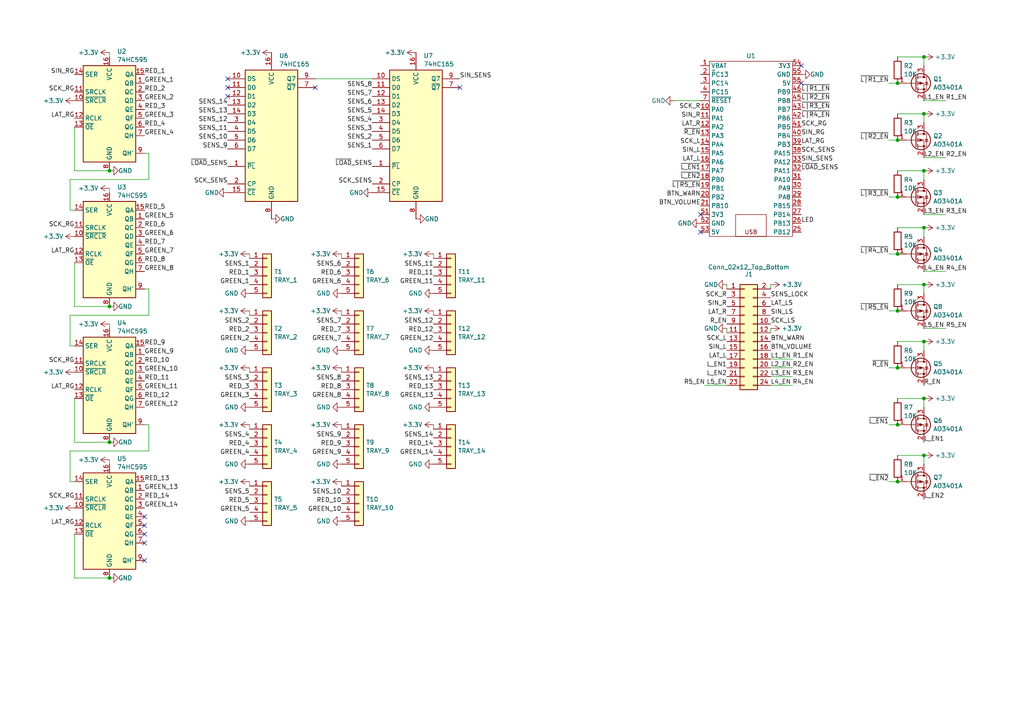
<source format=kicad_sch>
(kicad_sch (version 20230121) (generator eeschema)
  (paper "A4")
  (lib_symbols
    (symbol "74xx:74HC165"
      (property "Reference" "U" (at -7.62 19.05 0))
      (property "Value" "74HC165" (at -7.62 -21.59 0))
      (symbol "74HC165_1_0"
        (pin input line (at -12.7 -10.16 0) (length 5.08) (name "~{PL}") (number "1"))
        (pin input line (at -12.7 15.24 0) (length 5.08) (name "DS") (number "10"))
        (pin input line (at -12.7 12.7 0) (length 5.08) (name "D0") (number "11"))
        (pin input line (at -12.7 10.16 0) (length 5.08) (name "D1") (number "12"))
        (pin input line (at -12.7 7.62 0) (length 5.08) (name "D2") (number "13"))
        (pin input line (at -12.7 5.08 0) (length 5.08) (name "D3") (number "14"))
        (pin input line (at -12.7 -17.78 0) (length 5.08) (name "~{CE}") (number "15"))
        (pin power_in line (at 0 22.86 270) (length 5.08) (name "VCC") (number "16"))
        (pin input line (at -12.7 -15.24 0) (length 5.08) (name "CP") (number "2"))
        (pin input line (at -12.7 2.54 0) (length 5.08) (name "D4") (number "3"))
        (pin input line (at -12.7 0 0) (length 5.08) (name "D5") (number "4"))
        (pin input line (at -12.7 -2.54 0) (length 5.08) (name "D6") (number "5"))
        (pin input line (at -12.7 -5.08 0) (length 5.08) (name "D7") (number "6"))
        (pin output line (at 12.7 12.7 180) (length 5.08) (name "~{Q7}") (number "7"))
        (pin power_in line (at 0 -25.4 90) (length 5.08) (name "GND") (number "8"))
        (pin output line (at 12.7 15.24 180) (length 5.08) (name "Q7") (number "9"))
      )
      (symbol "74HC165_1_1"
        (rectangle (start -7.62 17.78) (end 7.62 -20.32) (stroke (width 0.254)) (fill (type background)))
      )
    )
    (symbol "74xx:74HC595"
      (property "Reference" "U" (at -7.62 13.97 0))
      (property "Value" "74HC595" (at -7.62 -16.51 0))
      (symbol "74HC595_1_0"
        (pin tri_state line (at 10.16 7.62 180) (length 2.54) (name "QB") (number "1"))
        (pin input line (at -10.16 2.54 0) (length 2.54) (name "~{SRCLR}") (number "10"))
        (pin input line (at -10.16 5.08 0) (length 2.54) (name "SRCLK") (number "11"))
        (pin input line (at -10.16 -2.54 0) (length 2.54) (name "RCLK") (number "12"))
        (pin input line (at -10.16 -5.08 0) (length 2.54) (name "~{OE}") (number "13"))
        (pin input line (at -10.16 10.16 0) (length 2.54) (name "SER") (number "14"))
        (pin tri_state line (at 10.16 10.16 180) (length 2.54) (name "QA") (number "15"))
        (pin power_in line (at 0 15.24 270) (length 2.54) (name "VCC") (number "16"))
        (pin tri_state line (at 10.16 5.08 180) (length 2.54) (name "QC") (number "2"))
        (pin tri_state line (at 10.16 2.54 180) (length 2.54) (name "QD") (number "3"))
        (pin tri_state line (at 10.16 0 180) (length 2.54) (name "QE") (number "4"))
        (pin tri_state line (at 10.16 -2.54 180) (length 2.54) (name "QF") (number "5"))
        (pin tri_state line (at 10.16 -5.08 180) (length 2.54) (name "QG") (number "6"))
        (pin tri_state line (at 10.16 -7.62 180) (length 2.54) (name "QH") (number "7"))
        (pin power_in line (at 0 -17.78 90) (length 2.54) (name "GND") (number "8"))
        (pin output line (at 10.16 -12.7 180) (length 2.54) (name "QH'") (number "9"))
      )
      (symbol "74HC595_1_1"
        (rectangle (start -7.62 12.7) (end 7.62 -15.24) (stroke (width 0.254)) (fill (type background)))
      )
    )
    (symbol "Connector_Generic:Conn_01x05" (pin_names (offset 1.016) hide)
      (property "Reference" "J" (at 0 7.62 0))
      (property "Value" "Conn_01x05" (at 0 -7.62 0))
      (symbol "Conn_01x05_1_1"
        (rectangle (start -1.27 -4.953) (end 0 -5.207) (stroke (width 0.1524)))
        (rectangle (start -1.27 -2.413) (end 0 -2.667) (stroke (width 0.1524)))
        (rectangle (start -1.27 0.127) (end 0 -0.127) (stroke (width 0.1524)))
        (rectangle (start -1.27 2.667) (end 0 2.413) (stroke (width 0.1524)))
        (rectangle (start -1.27 5.207) (end 0 4.953) (stroke (width 0.1524)))
        (rectangle (start -1.27 6.35) (end 1.27 -6.35) (stroke (width 0.254)) (fill (type background)))
        (pin passive line (at -5.08 5.08 0) (length 3.81) (name "Pin_1") (number "1"))
        (pin passive line (at -5.08 2.54 0) (length 3.81) (name "Pin_2") (number "2"))
        (pin passive line (at -5.08 0 0) (length 3.81) (name "Pin_3") (number "3"))
        (pin passive line (at -5.08 -2.54 0) (length 3.81) (name "Pin_4") (number "4"))
        (pin passive line (at -5.08 -5.08 0) (length 3.81) (name "Pin_5") (number "5"))
      )
    )
    (symbol "Connector_Generic:Conn_02x12_Odd_Even" (pin_names (offset 1.016) hide)
      (property "Reference" "J" (at 1.27 15.24 0))
      (property "Value" "Conn_02x12_Odd_Even" (at 1.27 -17.78 0))
      (symbol "Conn_02x12_Odd_Even_1_1"
        (rectangle (start -1.27 -15.113) (end 0 -15.367) (stroke (width 0.1524)))
        (rectangle (start -1.27 -12.573) (end 0 -12.827) (stroke (width 0.1524)))
        (rectangle (start -1.27 -10.033) (end 0 -10.287) (stroke (width 0.1524)))
        (rectangle (start -1.27 -7.493) (end 0 -7.747) (stroke (width 0.1524)))
        (rectangle (start -1.27 -4.953) (end 0 -5.207) (stroke (width 0.1524)))
        (rectangle (start -1.27 -2.413) (end 0 -2.667) (stroke (width 0.1524)))
        (rectangle (start -1.27 0.127) (end 0 -0.127) (stroke (width 0.1524)))
        (rectangle (start -1.27 2.667) (end 0 2.413) (stroke (width 0.1524)))
        (rectangle (start -1.27 5.207) (end 0 4.953) (stroke (width 0.1524)))
        (rectangle (start -1.27 7.747) (end 0 7.493) (stroke (width 0.1524)))
        (rectangle (start -1.27 10.287) (end 0 10.033) (stroke (width 0.1524)))
        (rectangle (start -1.27 12.827) (end 0 12.573) (stroke (width 0.1524)))
        (rectangle (start -1.27 13.97) (end 3.81 -16.51) (stroke (width 0.254)) (fill (type background)))
        (rectangle (start 3.81 -15.113) (end 2.54 -15.367) (stroke (width 0.1524)))
        (rectangle (start 3.81 -12.573) (end 2.54 -12.827) (stroke (width 0.1524)))
        (rectangle (start 3.81 -10.033) (end 2.54 -10.287) (stroke (width 0.1524)))
        (rectangle (start 3.81 -7.493) (end 2.54 -7.747) (stroke (width 0.1524)))
        (rectangle (start 3.81 -4.953) (end 2.54 -5.207) (stroke (width 0.1524)))
        (rectangle (start 3.81 -2.413) (end 2.54 -2.667) (stroke (width 0.1524)))
        (rectangle (start 3.81 0.127) (end 2.54 -0.127) (stroke (width 0.1524)))
        (rectangle (start 3.81 2.667) (end 2.54 2.413) (stroke (width 0.1524)))
        (rectangle (start 3.81 5.207) (end 2.54 4.953) (stroke (width 0.1524)))
        (rectangle (start 3.81 7.747) (end 2.54 7.493) (stroke (width 0.1524)))
        (rectangle (start 3.81 10.287) (end 2.54 10.033) (stroke (width 0.1524)))
        (rectangle (start 3.81 12.827) (end 2.54 12.573) (stroke (width 0.1524)))
        (pin passive line (at -5.08 12.7 0) (length 3.81) (name "Pin_1") (number "1"))
        (pin passive line (at 7.62 2.54 180) (length 3.81) (name "Pin_10") (number "10"))
        (pin passive line (at -5.08 0 0) (length 3.81) (name "Pin_11") (number "11"))
        (pin passive line (at 7.62 0 180) (length 3.81) (name "Pin_12") (number "12"))
        (pin passive line (at -5.08 -2.54 0) (length 3.81) (name "Pin_13") (number "13"))
        (pin passive line (at 7.62 -2.54 180) (length 3.81) (name "Pin_14") (number "14"))
        (pin passive line (at -5.08 -5.08 0) (length 3.81) (name "Pin_15") (number "15"))
        (pin passive line (at 7.62 -5.08 180) (length 3.81) (name "Pin_16") (number "16"))
        (pin passive line (at -5.08 -7.62 0) (length 3.81) (name "Pin_17") (number "17"))
        (pin passive line (at 7.62 -7.62 180) (length 3.81) (name "Pin_18") (number "18"))
        (pin passive line (at -5.08 -10.16 0) (length 3.81) (name "Pin_19") (number "19"))
        (pin passive line (at 7.62 12.7 180) (length 3.81) (name "Pin_2") (number "2"))
        (pin passive line (at 7.62 -10.16 180) (length 3.81) (name "Pin_20") (number "20"))
        (pin passive line (at -5.08 -12.7 0) (length 3.81) (name "Pin_21") (number "21"))
        (pin passive line (at 7.62 -12.7 180) (length 3.81) (name "Pin_22") (number "22"))
        (pin passive line (at -5.08 -15.24 0) (length 3.81) (name "Pin_23") (number "23"))
        (pin passive line (at 7.62 -15.24 180) (length 3.81) (name "Pin_24") (number "24"))
        (pin passive line (at -5.08 10.16 0) (length 3.81) (name "Pin_3") (number "3"))
        (pin passive line (at 7.62 10.16 180) (length 3.81) (name "Pin_4") (number "4"))
        (pin passive line (at -5.08 7.62 0) (length 3.81) (name "Pin_5") (number "5"))
        (pin passive line (at 7.62 7.62 180) (length 3.81) (name "Pin_6") (number "6"))
        (pin passive line (at -5.08 5.08 0) (length 3.81) (name "Pin_7") (number "7"))
        (pin passive line (at 7.62 5.08 180) (length 3.81) (name "Pin_8") (number "8"))
        (pin passive line (at -5.08 2.54 0) (length 3.81) (name "Pin_9") (number "9"))
      )
    )
    (symbol "Device:R" (pin_numbers hide) (pin_names (offset 0))
      (property "Reference" "R" (at 2.032 0 90))
      (property "Value" "R" (at 0 0 90))
      (symbol "R_0_1"
        (rectangle (start -1.016 -2.54) (end 1.016 2.54) (stroke (width 0.254)))
      )
      (symbol "R_1_1"
        (pin passive line (at 0 3.81 270) (length 1.27) (name "~") (number "1"))
        (pin passive line (at 0 -3.81 90) (length 1.27) (name "~") (number "2"))
      )
    )
    (symbol "Transistor_FET:AO3401A" (pin_names hide)
      (property "Reference" "Q" (at 5.08 1.905 0))
      (property "Value" "AO3401A" (at 5.08 0 0))
      (symbol "AO3401A_0_1"
        (polyline (pts (xy 0.254 0) (xy -2.54 0)))
        (polyline (pts (xy 0.254 1.905) (xy 0.254 -1.905)) (stroke (width 0.254)))
        (polyline (pts (xy 0.762 -1.27) (xy 0.762 -2.286)) (stroke (width 0.254)))
        (polyline (pts (xy 0.762 0.508) (xy 0.762 -0.508)) (stroke (width 0.254)))
        (polyline (pts (xy 0.762 2.286) (xy 0.762 1.27)) (stroke (width 0.254)))
        (polyline (pts (xy 2.54 2.54) (xy 2.54 1.778)))
        (polyline (pts (xy 2.54 -2.54) (xy 2.54 0) (xy 0.762 0)))
        (polyline (pts (xy 0.762 1.778) (xy 3.302 1.778) (xy 3.302 -1.778) (xy 0.762 -1.778)))
        (polyline (pts (xy 2.286 0) (xy 1.27 0.381) (xy 1.27 -0.381) (xy 2.286 0)) (fill (type outline)))
        (polyline (pts (xy 2.794 -0.508) (xy 2.921 -0.381) (xy 3.683 -0.381) (xy 3.81 -0.254)))
        (polyline (pts (xy 3.302 -0.381) (xy 2.921 0.254) (xy 3.683 0.254) (xy 3.302 -0.381)))
        (circle (center 1.651 0) (radius 2.794) (stroke (width 0.254)))
        (circle (center 2.54 -1.778) (radius 0.254) (fill (type outline)))
        (circle (center 2.54 1.778) (radius 0.254) (fill (type outline)))
      )
      (symbol "AO3401A_1_1"
        (pin input line (at -5.08 0 0) (length 2.54) (name "G") (number "1"))
        (pin passive line (at 2.54 -5.08 90) (length 2.54) (name "S") (number "2"))
        (pin passive line (at 2.54 5.08 270) (length 2.54) (name "D") (number "3"))
      )
    )
    (symbol "blackpill:blackpill401"
      (property "Reference" "U" (at -7.62 27.94 0))
      (symbol "blackpill401_0_1"
        (rectangle (start -11.43 25.4) (end 12.7 -25.4))
        (rectangle (start -3.81 -19.05) (end 5.08 -25.4))
      )
      (symbol "blackpill401_1_1"
        (text "USB" (at -1.27 -24.13 0) (effects (font (size 1.2 1.2)) (justify left)))
        (pin passive line (at -13.97 24.13 0) (length 2.54) (name "VBAT") (number "1"))
        (pin passive line (at -13.97 11.43 0) (length 2.54) (name "PA0") (number "10"))
        (pin passive line (at -13.97 8.89 0) (length 2.54) (name "PA1") (number "11"))
        (pin passive line (at -13.97 6.35 0) (length 2.54) (name "PA2") (number "12"))
        (pin passive line (at -13.97 3.81 0) (length 2.54) (name "PA3") (number "13"))
        (pin passive line (at -13.97 1.27 0) (length 2.54) (name "PA4") (number "14"))
        (pin passive line (at -13.97 -1.27 0) (length 2.54) (name "PA5") (number "15"))
        (pin passive line (at -13.97 -3.81 0) (length 2.54) (name "PA6") (number "16"))
        (pin passive line (at -13.97 -6.35 0) (length 2.54) (name "PA7") (number "17"))
        (pin passive line (at -13.97 -8.89 0) (length 2.54) (name "PB0") (number "18"))
        (pin passive line (at -13.97 -11.43 0) (length 2.54) (name "PB1") (number "19"))
        (pin passive line (at -13.97 21.59 0) (length 2.54) (name "PC13") (number "2"))
        (pin passive line (at -13.97 -13.97 0) (length 2.54) (name "PB2") (number "20"))
        (pin passive line (at -13.97 -16.51 0) (length 2.54) (name "PB10") (number "21"))
        (pin passive line (at 15.24 -24.13 180) (length 2.54) (name "PB12") (number "25"))
        (pin passive line (at 15.24 -21.59 180) (length 2.54) (name "PB13") (number "26"))
        (pin passive line (at 15.24 -19.05 180) (length 2.54) (name "PB14") (number "27"))
        (pin passive line (at 15.24 -16.51 180) (length 2.54) (name "PB15") (number "28"))
        (pin passive line (at 15.24 -13.97 180) (length 2.54) (name "PA8") (number "29"))
        (pin passive line (at -13.97 19.05 0) (length 2.54) (name "PC14") (number "3"))
        (pin passive line (at 15.24 -11.43 180) (length 2.54) (name "PA9") (number "30"))
        (pin passive line (at 15.24 -8.89 180) (length 2.54) (name "PA10") (number "31"))
        (pin passive line (at 15.24 -6.35 180) (length 2.54) (name "PA11") (number "32"))
        (pin passive line (at 15.24 -3.81 180) (length 2.54) (name "PA12") (number "33"))
        (pin passive line (at 15.24 -1.27 180) (length 2.54) (name "PA15") (number "38"))
        (pin passive line (at 15.24 1.27 180) (length 2.54) (name "PB3") (number "39"))
        (pin passive line (at -13.97 16.51 0) (length 2.54) (name "PC15") (number "4"))
        (pin passive line (at 15.24 3.81 180) (length 2.54) (name "PB4") (number "40"))
        (pin passive line (at 15.24 6.35 180) (length 2.54) (name "PB5") (number "41"))
        (pin passive line (at 15.24 8.89 180) (length 2.54) (name "PB6") (number "42"))
        (pin passive line (at 15.24 11.43 180) (length 2.54) (name "PB7") (number "43"))
        (pin passive line (at 15.24 13.97 180) (length 2.54) (name "PB8") (number "45"))
        (pin passive line (at 15.24 16.51 180) (length 2.54) (name "PB9") (number "46"))
        (pin passive line (at -13.97 -19.05 0) (length 2.54) (name "3V3") (number "51"))
        (pin passive line (at -13.97 -21.59 0) (length 2.54) (name "GND") (number "52"))
        (pin passive line (at -13.97 -24.13 0) (length 2.54) (name "5V") (number "53"))
        (pin passive line (at 15.24 24.13 180) (length 2.54) (name "3V3") (number "54"))
        (pin passive line (at 15.24 21.59 180) (length 2.54) (name "GND") (number "55"))
        (pin passive line (at 15.24 19.05 180) (length 2.54) (name "5V") (number "56"))
        (pin passive line (at -13.97 13.97 0) (length 2.54) (name "~{RESET}") (number "7"))
      )
    )
    (symbol "power:+3.3V" (power) (pin_names (offset 0))
      (property "Value" "+3.3V" (at 0 3.556 0))
      (symbol "+3.3V_0_1"
        (polyline (pts (xy -0.762 1.27) (xy 0 2.54)))
        (polyline (pts (xy 0 0) (xy 0 2.54)))
        (polyline (pts (xy 0 2.54) (xy 0.762 1.27)))
      )
      (symbol "+3.3V_1_1"
        (pin power_in line (at 0 0 90) (length 0) hide (name "+3.3V") (number "1"))
      )
    )
    (symbol "power:GND" (power) (pin_names (offset 0))
      (property "Value" "GND" (at 0 -3.81 0))
      (symbol "GND_0_1"
        (polyline (pts (xy 0 0) (xy 0 -1.27) (xy 1.27 -1.27) (xy 0 -2.54) (xy -1.27 -1.27) (xy 0 -1.27)))
      )
      (symbol "GND_1_1"
        (pin power_in line (at 0 0 270) (length 0) hide (name "GND") (number "1"))
      )
    )
  )
  (junction (at 260.35 24.13))
  (junction (at 260.35 90.17))
  (junction (at 267.97 115.57))
  (junction (at 260.35 73.66))
  (junction (at 267.97 49.53))
  (junction (at 31.75 49.53))
  (junction (at 267.97 16.51))
  (junction (at 267.97 82.55))
  (junction (at 267.97 33.02))
  (junction (at 267.97 99.06))
  (junction (at 260.35 57.15))
  (junction (at 267.97 66.04))
  (junction (at 31.75 167.64))
  (junction (at 260.35 139.7))
  (junction (at 31.75 88.9))
  (junction (at 260.35 123.19))
  (junction (at 260.35 106.68))
  (junction (at 267.97 132.08))
  (junction (at 260.35 40.64))
  (junction (at 31.75 128.27))
  (no_connect (at 66.04 22.86))
  (no_connect (at 203.2 67.31))
  (no_connect (at 232.41 19.05))
  (no_connect (at 41.91 154.94))
  (no_connect (at 232.41 24.13))
  (no_connect (at 41.91 149.86))
  (no_connect (at 66.04 25.4))
  (no_connect (at 41.91 157.48))
  (no_connect (at 41.91 162.56))
  (no_connect (at 203.2 62.23))
  (no_connect (at 91.44 25.4))
  (no_connect (at 66.04 27.94))
  (no_connect (at 133.35 25.4))
  (no_connect (at 41.91 152.4))
  (wire (pts (xy 204.47 111.76) (xy 210.82 111.76)))
  (wire (pts (xy 223.52 82.55) (xy 223.52 83.82)))
  (wire (pts (xy 257.81 40.64) (xy 260.35 40.64)))
  (wire (pts (xy 260.35 115.57) (xy 267.97 115.57)))
  (wire (pts (xy 43.18 91.44) (xy 20.32 91.44)))
  (wire (pts (xy 260.35 99.06) (xy 267.97 99.06)))
  (wire (pts (xy 20.32 91.44) (xy 20.32 100.33)))
  (wire (pts (xy 43.18 130.81) (xy 43.18 123.19)))
  (wire (pts (xy 267.97 95.25) (xy 274.32 95.25)))
  (wire (pts (xy 257.81 123.19) (xy 260.35 123.19)))
  (wire (pts (xy 43.18 83.82) (xy 43.18 91.44)))
  (wire (pts (xy 21.59 154.94) (xy 21.59 167.64)))
  (wire (pts (xy 125.73 123.19) (xy 125.73 124.46)))
  (wire (pts (xy 267.97 82.55) (xy 267.97 85.09)))
  (wire (pts (xy 91.44 22.86) (xy 107.95 22.86)))
  (wire (pts (xy 257.81 139.7) (xy 260.35 139.7)))
  (wire (pts (xy 223.52 106.68) (xy 229.87 106.68)))
  (wire (pts (xy 20.32 100.33) (xy 21.59 100.33)))
  (wire (pts (xy 267.97 62.23) (xy 274.32 62.23)))
  (wire (pts (xy 72.39 123.19) (xy 72.39 124.46)))
  (wire (pts (xy 21.59 88.9) (xy 31.75 88.9)))
  (wire (pts (xy 125.73 73.66) (xy 125.73 74.93)))
  (wire (pts (xy 210.82 95.25) (xy 210.82 96.52)))
  (wire (pts (xy 21.59 167.64) (xy 31.75 167.64)))
  (wire (pts (xy 267.97 49.53) (xy 267.97 52.07)))
  (wire (pts (xy 257.81 90.17) (xy 260.35 90.17)))
  (wire (pts (xy 21.59 49.53) (xy 31.75 49.53)))
  (wire (pts (xy 260.35 82.55) (xy 267.97 82.55)))
  (wire (pts (xy 267.97 66.04) (xy 267.97 68.58)))
  (wire (pts (xy 260.35 33.02) (xy 267.97 33.02)))
  (wire (pts (xy 72.39 106.68) (xy 72.39 107.95)))
  (wire (pts (xy 267.97 78.74) (xy 274.32 78.74)))
  (wire (pts (xy 21.59 128.27) (xy 31.75 128.27)))
  (wire (pts (xy 195.58 29.21) (xy 203.2 29.21)))
  (wire (pts (xy 72.39 73.66) (xy 72.39 74.93)))
  (wire (pts (xy 21.59 76.2) (xy 21.59 88.9)))
  (wire (pts (xy 20.32 130.81) (xy 20.32 139.7)))
  (wire (pts (xy 20.32 139.7) (xy 21.59 139.7)))
  (wire (pts (xy 260.35 132.08) (xy 267.97 132.08)))
  (wire (pts (xy 257.81 24.13) (xy 260.35 24.13)))
  (wire (pts (xy 267.97 99.06) (xy 267.97 101.6)))
  (wire (pts (xy 267.97 29.21) (xy 274.32 29.21)))
  (wire (pts (xy 20.32 60.96) (xy 21.59 60.96)))
  (wire (pts (xy 20.32 52.07) (xy 20.32 60.96)))
  (wire (pts (xy 43.18 130.81) (xy 20.32 130.81)))
  (wire (pts (xy 43.18 123.19) (xy 41.91 123.19)))
  (wire (pts (xy 267.97 16.51) (xy 267.97 19.05)))
  (wire (pts (xy 99.06 106.68) (xy 99.06 107.95)))
  (wire (pts (xy 99.06 123.19) (xy 99.06 124.46)))
  (wire (pts (xy 43.18 83.82) (xy 41.91 83.82)))
  (wire (pts (xy 31.75 133.35) (xy 31.75 134.62)))
  (wire (pts (xy 260.35 66.04) (xy 267.97 66.04)))
  (wire (pts (xy 21.59 115.57) (xy 21.59 128.27)))
  (wire (pts (xy 267.97 132.08) (xy 267.97 134.62)))
  (wire (pts (xy 43.18 52.07) (xy 20.32 52.07)))
  (wire (pts (xy 31.75 15.24) (xy 31.75 16.51)))
  (wire (pts (xy 257.81 57.15) (xy 260.35 57.15)))
  (wire (pts (xy 257.81 73.66) (xy 260.35 73.66)))
  (wire (pts (xy 267.97 33.02) (xy 267.97 35.56)))
  (wire (pts (xy 99.06 139.7) (xy 99.06 140.97)))
  (wire (pts (xy 43.18 44.45) (xy 41.91 44.45)))
  (wire (pts (xy 72.39 139.7) (xy 72.39 140.97)))
  (wire (pts (xy 21.59 36.83) (xy 21.59 49.53)))
  (wire (pts (xy 223.52 111.76) (xy 229.87 111.76)))
  (wire (pts (xy 267.97 115.57) (xy 267.97 118.11)))
  (wire (pts (xy 31.75 54.61) (xy 31.75 55.88)))
  (wire (pts (xy 125.73 90.17) (xy 125.73 91.44)))
  (wire (pts (xy 267.97 45.72) (xy 274.32 45.72)))
  (wire (pts (xy 99.06 90.17) (xy 99.06 91.44)))
  (wire (pts (xy 43.18 52.07) (xy 43.18 44.45)))
  (wire (pts (xy 125.73 106.68) (xy 125.73 107.95)))
  (wire (pts (xy 260.35 16.51) (xy 267.97 16.51)))
  (wire (pts (xy 210.82 82.55) (xy 210.82 83.82)))
  (wire (pts (xy 31.75 93.98) (xy 31.75 95.25)))
  (wire (pts (xy 72.39 90.17) (xy 72.39 91.44)))
  (wire (pts (xy 260.35 49.53) (xy 267.97 49.53)))
  (wire (pts (xy 257.81 106.68) (xy 260.35 106.68)))
  (wire (pts (xy 223.52 95.25) (xy 223.52 96.52)))
  (wire (pts (xy 99.06 73.66) (xy 99.06 74.93)))
  (wire (pts (xy 223.52 104.14) (xy 229.87 104.14)))
  (wire (pts (xy 223.52 109.22) (xy 229.87 109.22)))
  (label "RED_13" (at 125.73 113.03 180))
  (label "GREEN_4" (at 41.91 39.37 0))
  (label "GREEN_5" (at 41.91 63.5 0))
  (label "SCK_RG" (at 232.41 36.83 0))
  (label "~{R_EN}" (at 203.2 39.37 180))
  (label "SIN_L" (at 203.2 44.45 180))
  (label "R_EN" (at 210.82 93.98 180))
  (label "GREEN_2" (at 41.91 29.21 0))
  (label "L5_EN" (at 267.97 95.25 0))
  (label "R3_EN" (at 274.32 62.23 0))
  (label "LAT_RG" (at 21.59 152.4 180))
  (label "SENS_3" (at 107.95 38.1 180))
  (label "SCK_LS" (at 223.52 93.98 0))
  (label "SCK_RG" (at 21.59 144.78 180))
  (label "SCK_RG" (at 21.59 26.67 180))
  (label "SENS_6" (at 99.06 77.47 180))
  (label "SIN_R" (at 203.2 34.29 180))
  (label "SENS_13" (at 125.73 110.49 180))
  (label "RED_14" (at 125.73 129.54 180))
  (label "R5_EN" (at 274.32 95.25 0))
  (label "SENS_7" (at 107.95 27.94 180))
  (label "SENS_13" (at 66.04 33.02 180))
  (label "L4_EN" (at 267.97 78.74 0))
  (label "~{L|R2_EN}" (at 232.41 29.21 0))
  (label "LAT_RG" (at 232.41 41.91 0))
  (label "R_EN" (at 267.97 111.76 0))
  (label "R2_EN" (at 229.87 106.68 0))
  (label "SIN_L" (at 210.82 101.6 180))
  (label "SENS_2" (at 72.39 93.98 180))
  (label "GREEN_6" (at 99.06 82.55 180))
  (label "LAT_R" (at 210.82 91.44 180))
  (label "SENS_7" (at 99.06 93.98 180))
  (label "SENS_8" (at 99.06 110.49 180))
  (label "SENS_LOCK" (at 223.52 86.36 0))
  (label "RED_1" (at 72.39 80.01 180))
  (label "~{L|R4_EN}" (at 232.41 34.29 0))
  (label "RED_4" (at 41.91 36.83 0))
  (label "GREEN_9" (at 99.06 132.08 180))
  (label "L2_EN" (at 223.52 106.68 0))
  (label "SENS_9" (at 66.04 43.18 180))
  (label "BTN_VOLUME" (at 203.2 59.69 180))
  (label "~{L|R1_EN}" (at 232.41 26.67 0))
  (label "BTN_VOLUME" (at 223.52 101.6 0))
  (label "RED_10" (at 99.06 146.05 180))
  (label "RED_11" (at 125.73 80.01 180))
  (label "SENS_3" (at 72.39 110.49 180))
  (label "SENS_14" (at 125.73 127 180))
  (label "L2_EN" (at 267.97 45.72 0))
  (label "GREEN_13" (at 41.91 142.24 0))
  (label "GREEN_6" (at 41.91 68.58 0))
  (label "RED_4" (at 72.39 129.54 180))
  (label "R2_EN" (at 274.32 45.72 0))
  (label "SIN_SENS" (at 133.35 22.86 0))
  (label "LAT_RG" (at 21.59 34.29 180))
  (label "SENS_14" (at 66.04 30.48 180))
  (label "RED_12" (at 125.73 96.52 180))
  (label "~{R_EN}" (at 257.81 106.68 180))
  (label "SIN_SENS" (at 232.41 46.99 0))
  (label "GREEN_14" (at 41.91 147.32 0))
  (label "SENS_6" (at 107.95 30.48 180))
  (label "SIN_RG" (at 232.41 39.37 0))
  (label "RED_8" (at 41.91 76.2 0))
  (label "SENS_4" (at 107.95 35.56 180))
  (label "LAT_L" (at 210.82 104.14 180))
  (label "GREEN_14" (at 125.73 132.08 180))
  (label "SCK_R" (at 203.2 31.75 180))
  (label "RED_5" (at 41.91 60.96 0))
  (label "~{L|R4_EN}" (at 257.81 73.66 180))
  (label "RED_2" (at 72.39 96.52 180))
  (label "GREEN_12" (at 125.73 99.06 180))
  (label "RED_5" (at 72.39 146.05 180))
  (label "RED_8" (at 99.06 113.03 180))
  (label "GREEN_13" (at 125.73 115.57 180))
  (label "RED_3" (at 41.91 31.75 0))
  (label "BTN_WARN" (at 203.2 57.15 180))
  (label "~{LOAD}_SENS" (at 66.04 48.26 180))
  (label "RED_12" (at 41.91 115.57 0))
  (label "GREEN_8" (at 99.06 115.57 180))
  (label "RED_7" (at 99.06 96.52 180))
  (label "LAT_L" (at 203.2 46.99 180))
  (label "R4_EN" (at 229.87 111.76 0))
  (label "SCK_SENS" (at 232.41 44.45 0))
  (label "SCK_L" (at 210.82 99.06 180))
  (label "GREEN_11" (at 125.73 82.55 180))
  (label "GREEN_9" (at 41.91 102.87 0))
  (label "SCK_L" (at 203.2 41.91 180))
  (label "RED_14" (at 41.91 144.78 0))
  (label "BTN_WARN" (at 223.52 99.06 0))
  (label "~{L|R1_EN}" (at 257.81 24.13 180))
  (label "SENS_12" (at 66.04 35.56 180))
  (label "SENS_2" (at 107.95 40.64 180))
  (label "SCK_RG" (at 21.59 105.41 180))
  (label "~{LOAD}_SENS" (at 232.41 49.53 0))
  (label "RED_6" (at 99.06 80.01 180))
  (label "LAT_LS" (at 223.52 88.9 0))
  (label "~{L|R3_EN}" (at 257.81 57.15 180))
  (label "SENS_1" (at 107.95 43.18 180))
  (label "GREEN_3" (at 72.39 115.57 180))
  (label "RED_13" (at 41.91 139.7 0))
  (label "GREEN_2" (at 72.39 99.06 180))
  (label "~{L_EN2}" (at 203.2 52.07 180))
  (label "RED_11" (at 41.91 110.49 0))
  (label "SCK_R" (at 210.82 86.36 180))
  (label "~{L|R3_EN}" (at 232.41 31.75 0))
  (label "L_EN1" (at 210.82 106.68 180))
  (label "GREEN_8" (at 41.91 78.74 0))
  (label "R5_EN" (at 204.47 111.76 180))
  (label "SIN_R" (at 210.82 88.9 180))
  (label "RED_6" (at 41.91 66.04 0))
  (label "L1_EN" (at 267.97 29.21 0))
  (label "SCK_SENS" (at 66.04 53.34 180))
  (label "RED_2" (at 41.91 26.67 0))
  (label "GREEN_7" (at 41.91 73.66 0))
  (label "GREEN_10" (at 41.91 107.95 0))
  (label "GREEN_10" (at 99.06 148.59 180))
  (label "R1_EN" (at 274.32 29.21 0))
  (label "SENS_11" (at 125.73 77.47 180))
  (label "~{L_EN2}" (at 257.81 139.7 180))
  (label "SENS_12" (at 125.73 93.98 180))
  (label "L5_EN" (at 210.82 111.76 180))
  (label "L3_EN" (at 223.52 109.22 0))
  (label "L3_EN" (at 267.97 62.23 0))
  (label "L1_EN" (at 223.52 104.14 0))
  (label "SENS_9" (at 99.06 127 180))
  (label "R1_EN" (at 229.87 104.14 0))
  (label "RED_9" (at 41.91 100.33 0))
  (label "GREEN_12" (at 41.91 118.11 0))
  (label "RED_3" (at 72.39 113.03 180))
  (label "~{L|R5_EN}" (at 203.2 54.61 180))
  (label "L4_EN" (at 223.52 111.76 0))
  (label "L_EN2" (at 210.82 109.22 180))
  (label "~{L|R2_EN}" (at 257.81 40.64 180))
  (label "SENS_5" (at 72.39 143.51 180))
  (label "SCK_RG" (at 21.59 66.04 180))
  (label "RED_7" (at 41.91 71.12 0))
  (label "SENS_10" (at 66.04 40.64 180))
  (label "~{LOAD}_SENS" (at 107.95 48.26 180))
  (label "SENS_10" (at 99.06 143.51 180))
  (label "RED_1" (at 41.91 21.59 0))
  (label "SENS_4" (at 72.39 127 180))
  (label "GREEN_3" (at 41.91 34.29 0))
  (label "L_EN2" (at 267.97 144.78 0))
  (label "RED_10" (at 41.91 105.41 0))
  (label "SENS_11" (at 66.04 38.1 180))
  (label "LAT_RG" (at 21.59 113.03 180))
  (label "SENS_5" (at 107.95 33.02 180))
  (label "LAT_R" (at 203.2 36.83 180))
  (label "R3_EN" (at 229.87 109.22 0))
  (label "~{L_EN1}" (at 203.2 49.53 180))
  (label "GREEN_11" (at 41.91 113.03 0))
  (label "~{L_EN1}" (at 257.81 123.19 180))
  (label "RED_9" (at 99.06 129.54 180))
  (label "~{L|R5_EN}" (at 257.81 90.17 180))
  (label "GREEN_7" (at 99.06 99.06 180))
  (label "GREEN_5" (at 72.39 148.59 180))
  (label "SIN_LS" (at 223.52 91.44 0))
  (label "GREEN_1" (at 41.91 24.13 0))
  (label "LED" (at 232.41 64.77 0))
  (label "SCK_SENS" (at 107.95 53.34 180))
  (label "LAT_RG" (at 21.59 73.66 180))
  (label "GREEN_1" (at 72.39 82.55 180))
  (label "L_EN1" (at 267.97 128.27 0))
  (label "R4_EN" (at 274.32 78.74 0))
  (label "SENS_8" (at 107.95 25.4 180))
  (label "GREEN_4" (at 72.39 132.08 180))
  (label "SENS_1" (at 72.39 77.47 180))
  (label "SIN_RG" (at 21.59 21.59 180))
  (symbol (lib_id "Transistor_FET:AO3401A") (at 265.43 123.19 0) (unit 1)
    (property "Reference" "Q6" (at 270.637 121.9779 0) (effects (justify left)))
    (property "Value" "AO3401A" (at 270.637 124.4021 0) (effects (justify left)))
    (property "Footprint" "Package_TO_SOT_SMD:SOT-23" (effects hide))
    (property "Datasheet" "http://www.aosmd.com/pdfs/datasheet/AO3401A.pdf" (effects hide))
  )
  (symbol (lib_id "Connector_Generic:Conn_01x05") (at 104.14 113.03 0) (unit 1)
    (property "Reference" "T8" (at 106.172 111.8179 0) (effects (justify left)))
    (property "Value" "TRAY_8" (at 106.172 114.2421 0) (effects (justify left)))
    (property "Footprint" "Connector_PinHeader_2.54mm:PinHeader_1x05_P2.54mm_Vertical" (effects hide))
  )
  (symbol (lib_id "power:GND") (at 72.39 134.62 270) (unit 1)
    (property "Reference" "#PWR013" (effects hide))
    (property "Value" "GND" (at 69.2151 134.62 90) (effects (justify right)))
  )
  (symbol (lib_id "Connector_Generic:Conn_01x05") (at 104.14 129.54 0) (unit 1)
    (property "Reference" "T9" (at 106.172 128.3279 0) (effects (justify left)))
    (property "Value" "TRAY_9" (at 106.172 130.7521 0) (effects (justify left)))
    (property "Footprint" "Connector_PinHeader_2.54mm:PinHeader_1x05_P2.54mm_Vertical" (effects hide))
  )
  (symbol (lib_id "Transistor_FET:AO3401A") (at 265.43 24.13 0) (unit 1)
    (property "Reference" "Q1" (at 270.637 22.9179 0) (effects (justify left)))
    (property "Value" "AO3401A" (at 270.637 25.3421 0) (effects (justify left)))
    (property "Footprint" "Package_TO_SOT_SMD:SOT-23" (effects hide))
    (property "Datasheet" "http://www.aosmd.com/pdfs/datasheet/AO3401A.pdf" (effects hide))
  )
  (symbol (lib_id "power:+3.3V") (at 99.06 106.68 90) (unit 1)
    (property "Reference" "#PWR020" (effects hide))
    (property "Value" "+3.3V" (at 95.885 106.68 90) (effects (justify left)))
  )
  (symbol (lib_id "74xx:74HC165") (at 120.65 38.1 0) (unit 1)
    (property "Reference" "U7" (at 122.8441 16.1757 0) (effects (justify left)))
    (property "Value" "74HC165" (at 122.8441 18.5999 0) (effects (justify left)))
    (property "Footprint" "Package_DIP:DIP-16_W7.62mm" (effects hide))
    (property "Datasheet" "https://assets.nexperia.com/documents/data-sheet/74HC_HCT165.pdf" (effects hide))
  )
  (symbol (lib_id "power:+3.3V") (at 99.06 90.17 90) (unit 1)
    (property "Reference" "#PWR018" (effects hide))
    (property "Value" "+3.3V" (at 95.885 90.17 90) (effects (justify left)))
  )
  (symbol (lib_id "Connector_Generic:Conn_02x12_Odd_Even") (at 215.9 96.52 0) (unit 1)
    (property "Reference" "J1" (at 217.17 79.5401 0))
    (property "Value" "Conn_02x12_Top_Bottom" (at 217.17 77.47 0))
    (property "Footprint" "Connector_PinHeader_2.00mm:PinHeader_2x12_P2.00mm_Vertical" (effects hide))
  )
  (symbol (lib_id "Transistor_FET:AO3401A") (at 265.43 57.15 0) (unit 1)
    (property "Reference" "Q3" (at 270.637 55.9379 0) (effects (justify left)))
    (property "Value" "AO3401A" (at 270.637 58.3621 0) (effects (justify left)))
    (property "Footprint" "Package_TO_SOT_SMD:SOT-23" (effects hide))
    (property "Datasheet" "http://www.aosmd.com/pdfs/datasheet/AO3401A.pdf" (effects hide))
  )
  (symbol (lib_id "Connector_Generic:Conn_01x05") (at 104.14 146.05 0) (unit 1)
    (property "Reference" "T10" (at 106.172 144.8379 0) (effects (justify left)))
    (property "Value" "TRAY_10" (at 106.172 147.2621 0) (effects (justify left)))
    (property "Footprint" "Connector_PinHeader_2.54mm:PinHeader_1x05_P2.54mm_Vertical" (effects hide))
  )
  (symbol (lib_id "power:+3.3V") (at 31.75 54.61 90) (unit 1)
    (property "Reference" "#PWR043" (effects hide))
    (property "Value" "+3.3V" (at 28.575 54.61 90) (effects (justify left)))
  )
  (symbol (lib_id "Connector_Generic:Conn_01x05") (at 77.47 96.52 0) (unit 1)
    (property "Reference" "T2" (at 79.502 95.3079 0) (effects (justify left)))
    (property "Value" "TRAY_2" (at 79.502 97.7321 0) (effects (justify left)))
    (property "Footprint" "Connector_PinHeader_2.54mm:PinHeader_1x05_P2.54mm_Vertical" (effects hide))
  )
  (symbol (lib_id "power:GND") (at 99.06 101.6 270) (unit 1)
    (property "Reference" "#PWR019" (effects hide))
    (property "Value" "GND" (at 95.8851 101.6 90) (effects (justify right)))
  )
  (symbol (lib_id "power:+3.3V") (at 125.73 106.68 90) (unit 1)
    (property "Reference" "#PWR030" (effects hide))
    (property "Value" "+3.3V" (at 122.555 106.68 90) (effects (justify left)))
  )
  (symbol (lib_id "power:GND") (at 99.06 85.09 270) (unit 1)
    (property "Reference" "#PWR017" (effects hide))
    (property "Value" "GND" (at 95.8851 85.09 90) (effects (justify right)))
  )
  (symbol (lib_id "power:GND") (at 203.2 64.77 270) (unit 1)
    (property "Reference" "#PWR07" (effects hide))
    (property "Value" "GND" (at 200.66 64.77 90) (effects (justify right)))
  )
  (symbol (lib_id "power:GND") (at 99.06 151.13 270) (unit 1)
    (property "Reference" "#PWR025" (effects hide))
    (property "Value" "GND" (at 95.8851 151.13 90) (effects (justify right)))
  )
  (symbol (lib_id "power:+3.3V") (at 21.59 29.21 90) (unit 1)
    (property "Reference" "#PWR040" (effects hide))
    (property "Value" "+3.3V" (at 18.415 29.21 90) (effects (justify left)))
  )
  (symbol (lib_id "power:GND") (at 31.75 88.9 90) (unit 1)
    (property "Reference" "#PWR042" (effects hide))
    (property "Value" "GND" (at 34.29 88.9 90) (effects (justify right)))
  )
  (symbol (lib_id "power:+3.3V") (at 99.06 139.7 90) (unit 1)
    (property "Reference" "#PWR024" (effects hide))
    (property "Value" "+3.3V" (at 95.885 139.7 90) (effects (justify left)))
  )
  (symbol (lib_id "Connector_Generic:Conn_01x05") (at 77.47 129.54 0) (unit 1)
    (property "Reference" "T4" (at 79.502 128.3279 0) (effects (justify left)))
    (property "Value" "TRAY_4" (at 79.502 130.7521 0) (effects (justify left)))
    (property "Footprint" "Connector_PinHeader_2.54mm:PinHeader_1x05_P2.54mm_Vertical" (effects hide))
  )
  (symbol (lib_id "power:GND") (at 210.82 95.25 270) (unit 1)
    (property "Reference" "#PWR02" (effects hide))
    (property "Value" "GND" (at 208.28 95.25 90) (effects (justify right)))
  )
  (symbol (lib_id "Transistor_FET:AO3401A") (at 265.43 40.64 0) (unit 1)
    (property "Reference" "Q2" (at 270.637 39.4279 0) (effects (justify left)))
    (property "Value" "AO3401A" (at 270.637 41.8521 0) (effects (justify left)))
    (property "Footprint" "Package_TO_SOT_SMD:SOT-23" (effects hide))
    (property "Datasheet" "http://www.aosmd.com/pdfs/datasheet/AO3401A.pdf" (effects hide))
  )
  (symbol (lib_id "power:+3.3V") (at 21.59 147.32 90) (unit 1)
    (property "Reference" "#PWR045" (effects hide))
    (property "Value" "+3.3V" (at 18.415 147.32 90) (effects (justify left)))
  )
  (symbol (lib_id "Device:R") (at 260.35 102.87 0) (unit 1)
    (property "Reference" "R6" (at 262.128 101.6579 0) (effects (justify left)))
    (property "Value" "10K" (at 262.128 104.0821 0) (effects (justify left)))
    (property "Footprint" "Resistor_THT:R_Axial_DIN0204_L3.6mm_D1.6mm_P7.62mm_Horizontal" (effects hide))
  )
  (symbol (lib_id "power:+3.3V") (at 72.39 123.19 90) (unit 1)
    (property "Reference" "#PWR012" (effects hide))
    (property "Value" "+3.3V" (at 69.215 123.19 90) (effects (justify left)))
  )
  (symbol (lib_id "power:+3.3V") (at 72.39 106.68 90) (unit 1)
    (property "Reference" "#PWR010" (effects hide))
    (property "Value" "+3.3V" (at 69.215 106.68 90) (effects (justify left)))
  )
  (symbol (lib_id "power:+3.3V") (at 267.97 99.06 270) (unit 1)
    (property "Reference" "#PWR055" (effects hide))
    (property "Value" "+3.3V" (at 271.145 99.06 90) (effects (justify left)))
  )
  (symbol (lib_id "power:+3.3V") (at 267.97 16.51 270) (unit 1)
    (property "Reference" "#PWR051" (effects hide))
    (property "Value" "+3.3V" (at 271.145 16.51 90) (effects (justify left)))
  )
  (symbol (lib_id "power:GND") (at 125.73 85.09 270) (unit 1)
    (property "Reference" "#PWR027" (effects hide))
    (property "Value" "GND" (at 122.5551 85.09 90) (effects (justify right)))
  )
  (symbol (lib_id "74xx:74HC595") (at 31.75 71.12 0) (unit 1)
    (property "Reference" "U3" (at 33.9441 54.2757 0) (effects (justify left)))
    (property "Value" "74HC595" (at 33.9441 56.6999 0) (effects (justify left)))
    (property "Footprint" "Package_DIP:DIP-16_W7.62mm" (effects hide))
    (property "Datasheet" "http://www.ti.com/lit/ds/symlink/sn74hc595.pdf" (effects hide))
  )
  (symbol (lib_id "Connector_Generic:Conn_01x05") (at 77.47 146.05 0) (unit 1)
    (property "Reference" "T5" (at 79.502 144.8379 0) (effects (justify left)))
    (property "Value" "TRAY_5" (at 79.502 147.2621 0) (effects (justify left)))
    (property "Footprint" "Connector_PinHeader_2.54mm:PinHeader_1x05_P2.54mm_Vertical" (effects hide))
  )
  (symbol (lib_id "power:+3.3V") (at 267.97 66.04 270) (unit 1)
    (property "Reference" "#PWR054" (effects hide))
    (property "Value" "+3.3V" (at 271.145 66.04 90) (effects (justify left)))
  )
  (symbol (lib_id "power:+3.3V") (at 223.52 95.25 270) (unit 1)
    (property "Reference" "#PWR04" (effects hide))
    (property "Value" "+3.3V" (at 226.695 95.25 90) (effects (justify left)))
  )
  (symbol (lib_id "power:GND") (at 31.75 167.64 90) (unit 1)
    (property "Reference" "#PWR049" (effects hide))
    (property "Value" "GND" (at 34.29 167.64 90) (effects (justify right)))
  )
  (symbol (lib_id "power:GND") (at 120.65 63.5 90) (unit 1)
    (property "Reference" "#PWR061" (effects hide))
    (property "Value" "GND" (at 123.19 63.5 90) (effects (justify right)))
  )
  (symbol (lib_id "blackpill:blackpill401") (at 217.17 43.18 0) (unit 1)
    (property "Reference" "U1" (at 217.805 16.1869 0))
    (property "Value" "~" (at 207.01 20.32 0))
    (property "Footprint" "blackpill:blackpill" (effects hide))
    (property "Datasheet" "https://www.st.com/resource/en/datasheet/stm32f401cb.pdf" (effects hide))
  )
  (symbol (lib_id "power:+3.3V") (at 78.74 15.24 90) (unit 1)
    (property "Reference" "#PWR08" (effects hide))
    (property "Value" "+3.3V" (at 75.565 15.24 90) (effects (justify left)))
  )
  (symbol (lib_id "Connector_Generic:Conn_01x05") (at 77.47 113.03 0) (unit 1)
    (property "Reference" "T3" (at 79.502 111.8179 0) (effects (justify left)))
    (property "Value" "TRAY_3" (at 79.502 114.2421 0) (effects (justify left)))
    (property "Footprint" "Connector_PinHeader_2.54mm:PinHeader_1x05_P2.54mm_Vertical" (effects hide))
  )
  (symbol (lib_id "74xx:74HC595") (at 31.75 31.75 0) (unit 1)
    (property "Reference" "U2" (at 33.9441 14.9057 0) (effects (justify left)))
    (property "Value" "74HC595" (at 33.9441 17.3299 0) (effects (justify left)))
    (property "Footprint" "Package_DIP:DIP-16_W7.62mm" (effects hide))
    (property "Datasheet" "http://www.ti.com/lit/ds/symlink/sn74hc595.pdf" (effects hide))
  )
  (symbol (lib_id "power:+3.3V") (at 21.59 68.58 90) (unit 1)
    (property "Reference" "#PWR041" (effects hide))
    (property "Value" "+3.3V" (at 18.415 68.58 90) (effects (justify left)))
  )
  (symbol (lib_id "74xx:74HC165") (at 78.74 38.1 0) (unit 1)
    (property "Reference" "U6" (at 80.9341 16.1757 0) (effects (justify left)))
    (property "Value" "74HC165" (at 80.9341 18.5999 0) (effects (justify left)))
    (property "Footprint" "Package_DIP:DIP-16_W7.62mm" (effects hide))
    (property "Datasheet" "https://assets.nexperia.com/documents/data-sheet/74HC_HCT165.pdf" (effects hide))
  )
  (symbol (lib_id "power:GND") (at 99.06 134.62 270) (unit 1)
    (property "Reference" "#PWR023" (effects hide))
    (property "Value" "GND" (at 95.8851 134.62 90) (effects (justify right)))
  )
  (symbol (lib_id "Device:R") (at 260.35 119.38 0) (unit 1)
    (property "Reference" "R7" (at 262.128 118.1679 0) (effects (justify left)))
    (property "Value" "10K" (at 262.128 120.5921 0) (effects (justify left)))
    (property "Footprint" "Resistor_THT:R_Axial_DIN0204_L3.6mm_D1.6mm_P7.62mm_Horizontal" (effects hide))
  )
  (symbol (lib_id "power:GND") (at 125.73 118.11 270) (unit 1)
    (property "Reference" "#PWR031" (effects hide))
    (property "Value" "GND" (at 122.5551 118.11 90) (effects (justify right)))
  )
  (symbol (lib_id "power:+3.3V") (at 72.39 139.7 90) (unit 1)
    (property "Reference" "#PWR014" (effects hide))
    (property "Value" "+3.3V" (at 69.215 139.7 90) (effects (justify left)))
  )
  (symbol (lib_id "power:+3.3V") (at 125.73 73.66 90) (unit 1)
    (property "Reference" "#PWR026" (effects hide))
    (property "Value" "+3.3V" (at 122.555 73.66 90) (effects (justify left)))
  )
  (symbol (lib_id "Connector_Generic:Conn_01x05") (at 77.47 80.01 0) (unit 1)
    (property "Reference" "T1" (at 79.502 78.7979 0) (effects (justify left)))
    (property "Value" "TRAY_1" (at 79.502 81.2221 0) (effects (justify left)))
    (property "Footprint" "Connector_PinHeader_2.54mm:PinHeader_1x05_P2.54mm_Vertical" (effects hide))
  )
  (symbol (lib_id "power:+3.3V") (at 31.75 133.35 90) (unit 1)
    (property "Reference" "#PWR048" (effects hide))
    (property "Value" "+3.3V" (at 28.575 133.35 90) (effects (justify left)))
  )
  (symbol (lib_id "power:GND") (at 195.58 29.21 270) (unit 1)
    (property "Reference" "#PWR05" (effects hide))
    (property "Value" "GND" (at 193.04 29.21 90) (effects (justify right)))
  )
  (symbol (lib_id "Connector_Generic:Conn_01x05") (at 104.14 80.01 0) (unit 1)
    (property "Reference" "T6" (at 106.172 78.7979 0) (effects (justify left)))
    (property "Value" "TRAY_6" (at 106.172 81.2221 0) (effects (justify left)))
    (property "Footprint" "Connector_PinHeader_2.54mm:PinHeader_1x05_P2.54mm_Vertical" (effects hide))
  )
  (symbol (lib_id "power:GND") (at 125.73 101.6 270) (unit 1)
    (property "Reference" "#PWR029" (effects hide))
    (property "Value" "GND" (at 122.5551 101.6 90) (effects (justify right)))
  )
  (symbol (lib_id "power:GND") (at 31.75 128.27 90) (unit 1)
    (property "Reference" "#PWR047" (effects hide))
    (property "Value" "GND" (at 34.29 128.27 90) (effects (justify right)))
  )
  (symbol (lib_id "Transistor_FET:AO3401A") (at 265.43 139.7 0) (unit 1)
    (property "Reference" "Q7" (at 270.637 138.4879 0) (effects (justify left)))
    (property "Value" "AO3401A" (at 270.637 140.9121 0) (effects (justify left)))
    (property "Footprint" "Package_TO_SOT_SMD:SOT-23" (effects hide))
    (property "Datasheet" "http://www.aosmd.com/pdfs/datasheet/AO3401A.pdf" (effects hide))
  )
  (symbol (lib_id "power:+3.3V") (at 223.52 82.55 270) (unit 1)
    (property "Reference" "#PWR03" (effects hide))
    (property "Value" "+3.3V" (at 226.695 82.55 90) (effects (justify left)))
  )
  (symbol (lib_id "74xx:74HC595") (at 31.75 110.49 0) (unit 1)
    (property "Reference" "U4" (at 33.9441 93.6457 0) (effects (justify left)))
    (property "Value" "74HC595" (at 33.9441 96.0699 0) (effects (justify left)))
    (property "Footprint" "Package_DIP:DIP-16_W7.62mm" (effects hide))
    (property "Datasheet" "http://www.ti.com/lit/ds/symlink/sn74hc595.pdf" (effects hide))
  )
  (symbol (lib_id "power:GND") (at 210.82 82.55 270) (unit 1)
    (property "Reference" "#PWR01" (effects hide))
    (property "Value" "GND" (at 208.28 82.55 90) (effects (justify right)))
  )
  (symbol (lib_id "power:GND") (at 66.04 55.88 270) (unit 1)
    (property "Reference" "#PWR050" (effects hide))
    (property "Value" "GND" (at 63.5 55.88 90) (effects (justify right)))
  )
  (symbol (lib_id "Transistor_FET:AO3401A") (at 265.43 106.68 0) (unit 1)
    (property "Reference" "Q5" (at 270.637 105.4679 0) (effects (justify left)))
    (property "Value" "AO3401A" (at 270.637 107.8921 0) (effects (justify left)))
    (property "Footprint" "Package_TO_SOT_SMD:SOT-23" (effects hide))
    (property "Datasheet" "http://www.aosmd.com/pdfs/datasheet/AO3401A.pdf" (effects hide))
  )
  (symbol (lib_id "power:GND") (at 107.95 55.88 270) (unit 1)
    (property "Reference" "#PWR059" (effects hide))
    (property "Value" "GND" (at 105.41 55.88 90) (effects (justify right)))
  )
  (symbol (lib_id "Device:R") (at 260.35 69.85 0) (unit 1)
    (property "Reference" "R5" (at 262.128 68.6379 0) (effects (justify left)))
    (property "Value" "10K" (at 262.128 71.0621 0) (effects (justify left)))
    (property "Footprint" "Resistor_THT:R_Axial_DIN0204_L3.6mm_D1.6mm_P7.62mm_Horizontal" (effects hide))
  )
  (symbol (lib_id "Transistor_FET:AO3401A") (at 265.43 73.66 0) (unit 1)
    (property "Reference" "Q4" (at 270.637 72.4479 0) (effects (justify left)))
    (property "Value" "AO3401A" (at 270.637 74.8721 0) (effects (justify left)))
    (property "Footprint" "Package_TO_SOT_SMD:SOT-23" (effects hide))
    (property "Datasheet" "http://www.aosmd.com/pdfs/datasheet/AO3401A.pdf" (effects hide))
  )
  (symbol (lib_id "Connector_Generic:Conn_01x05") (at 130.81 96.52 0) (unit 1)
    (property "Reference" "T12" (at 132.842 95.3079 0) (effects (justify left)))
    (property "Value" "TRAY_12" (at 132.842 97.7321 0) (effects (justify left)))
    (property "Footprint" "Connector_PinHeader_2.54mm:PinHeader_1x05_P2.54mm_Vertical" (effects hide))
  )
  (symbol (lib_id "Connector_Generic:Conn_01x05") (at 130.81 129.54 0) (unit 1)
    (property "Reference" "T14" (at 132.842 128.3279 0) (effects (justify left)))
    (property "Value" "TRAY_14" (at 132.842 130.7521 0) (effects (justify left)))
    (property "Footprint" "Connector_PinHeader_2.54mm:PinHeader_1x05_P2.54mm_Vertical" (effects hide))
  )
  (symbol (lib_id "power:+3.3V") (at 267.97 82.55 270) (unit 1)
    (property "Reference" "#PWR058" (effects hide))
    (property "Value" "+3.3V" (at 271.145 82.55 90) (effects (justify left)))
  )
  (symbol (lib_id "power:GND") (at 78.74 63.5 90) (unit 1)
    (property "Reference" "#PWR09" (effects hide))
    (property "Value" "GND" (at 81.28 63.5 90) (effects (justify right)))
  )
  (symbol (lib_id "power:+3.3V") (at 21.59 107.95 90) (unit 1)
    (property "Reference" "#PWR044" (effects hide))
    (property "Value" "+3.3V" (at 18.415 107.95 90) (effects (justify left)))
  )
  (symbol (lib_id "power:+3.3V") (at 125.73 123.19 90) (unit 1)
    (property "Reference" "#PWR032" (effects hide))
    (property "Value" "+3.3V" (at 122.555 123.19 90) (effects (justify left)))
  )
  (symbol (lib_id "power:+3.3V") (at 99.06 123.19 90) (unit 1)
    (property "Reference" "#PWR022" (effects hide))
    (property "Value" "+3.3V" (at 95.885 123.19 90) (effects (justify left)))
  )
  (symbol (lib_id "power:GND") (at 31.75 49.53 90) (unit 1)
    (property "Reference" "#PWR039" (effects hide))
    (property "Value" "GND" (at 34.29 49.53 90) (effects (justify right)))
  )
  (symbol (lib_id "power:+3.3V") (at 125.73 90.17 90) (unit 1)
    (property "Reference" "#PWR028" (effects hide))
    (property "Value" "+3.3V" (at 122.555 90.17 90) (effects (justify left)))
  )
  (symbol (lib_id "power:+3.3V") (at 267.97 49.53 270) (unit 1)
    (property "Reference" "#PWR053" (effects hide))
    (property "Value" "+3.3V" (at 271.145 49.53 90) (effects (justify left)))
  )
  (symbol (lib_id "Connector_Generic:Conn_01x05") (at 130.81 113.03 0) (unit 1)
    (property "Reference" "T13" (at 132.842 111.8179 0) (effects (justify left)))
    (property "Value" "TRAY_13" (at 132.842 114.2421 0) (effects (justify left)))
    (property "Footprint" "Connector_PinHeader_2.54mm:PinHeader_1x05_P2.54mm_Vertical" (effects hide))
  )
  (symbol (lib_id "power:+3.3V") (at 267.97 115.57 270) (unit 1)
    (property "Reference" "#PWR056" (effects hide))
    (property "Value" "+3.3V" (at 271.145 115.57 90) (effects (justify left)))
  )
  (symbol (lib_id "power:GND") (at 72.39 118.11 270) (unit 1)
    (property "Reference" "#PWR011" (effects hide))
    (property "Value" "GND" (at 69.2151 118.11 90) (effects (justify right)))
  )
  (symbol (lib_id "Device:R") (at 260.35 135.89 0) (unit 1)
    (property "Reference" "R8" (at 262.128 134.6779 0) (effects (justify left)))
    (property "Value" "10K" (at 262.128 137.1021 0) (effects (justify left)))
    (property "Footprint" "Resistor_THT:R_Axial_DIN0204_L3.6mm_D1.6mm_P7.62mm_Horizontal" (effects hide))
  )
  (symbol (lib_id "power:GND") (at 72.39 151.13 270) (unit 1)
    (property "Reference" "#PWR015" (effects hide))
    (property "Value" "GND" (at 69.2151 151.13 90) (effects (justify right)))
  )
  (symbol (lib_id "power:+3.3V") (at 72.39 90.17 90) (unit 1)
    (property "Reference" "#PWR064" (effects hide))
    (property "Value" "+3.3V" (at 69.215 90.17 90) (effects (justify left)))
  )
  (symbol (lib_id "power:+3.3V") (at 267.97 132.08 270) (unit 1)
    (property "Reference" "#PWR057" (effects hide))
    (property "Value" "+3.3V" (at 271.145 132.08 90) (effects (justify left)))
  )
  (symbol (lib_id "Transistor_FET:AO3401A") (at 265.43 90.17 0) (unit 1)
    (property "Reference" "Q8" (at 270.637 88.9579 0) (effects (justify left)))
    (property "Value" "AO3401A" (at 270.637 91.3821 0) (effects (justify left)))
    (property "Footprint" "Package_TO_SOT_SMD:SOT-23" (effects hide))
    (property "Datasheet" "http://www.aosmd.com/pdfs/datasheet/AO3401A.pdf" (effects hide))
  )
  (symbol (lib_id "Device:R") (at 260.35 86.36 0) (unit 1)
    (property "Reference" "R9" (at 262.128 85.1479 0) (effects (justify left)))
    (property "Value" "10K" (at 262.128 87.5721 0) (effects (justify left)))
    (property "Footprint" "Resistor_THT:R_Axial_DIN0204_L3.6mm_D1.6mm_P7.62mm_Horizontal" (effects hide))
  )
  (symbol (lib_id "Device:R") (at 260.35 36.83 0) (unit 1)
    (property "Reference" "R3" (at 262.128 35.6179 0) (effects (justify left)))
    (property "Value" "10K" (at 262.128 38.0421 0) (effects (justify left)))
    (property "Footprint" "Resistor_THT:R_Axial_DIN0204_L3.6mm_D1.6mm_P7.62mm_Horizontal" (effects hide))
  )
  (symbol (lib_id "power:GND") (at 125.73 134.62 270) (unit 1)
    (property "Reference" "#PWR033" (effects hide))
    (property "Value" "GND" (at 122.5551 134.62 90) (effects (justify right)))
  )
  (symbol (lib_id "power:+3.3V") (at 99.06 73.66 90) (unit 1)
    (property "Reference" "#PWR016" (effects hide))
    (property "Value" "+3.3V" (at 95.885 73.66 90) (effects (justify left)))
  )
  (symbol (lib_id "power:+3.3V") (at 267.97 33.02 270) (unit 1)
    (property "Reference" "#PWR052" (effects hide))
    (property "Value" "+3.3V" (at 271.145 33.02 90) (effects (justify left)))
  )
  (symbol (lib_id "power:+3.3V") (at 31.75 93.98 90) (unit 1)
    (property "Reference" "#PWR046" (effects hide))
    (property "Value" "+3.3V" (at 28.575 93.98 90) (effects (justify left)))
  )
  (symbol (lib_id "power:GND") (at 232.41 21.59 90) (unit 1)
    (property "Reference" "#PWR06" (effects hide))
    (property "Value" "GND" (at 234.95 21.59 90) (effects (justify right)))
  )
  (symbol (lib_id "Device:R") (at 260.35 20.32 0) (unit 1)
    (property "Reference" "R2" (at 262.128 19.1079 0) (effects (justify left)))
    (property "Value" "10K" (at 262.128 21.5321 0) (effects (justify left)))
    (property "Footprint" "Resistor_THT:R_Axial_DIN0204_L3.6mm_D1.6mm_P7.62mm_Horizontal" (effects hide))
  )
  (symbol (lib_id "Connector_Generic:Conn_01x05") (at 104.14 96.52 0) (unit 1)
    (property "Reference" "T7" (at 106.172 95.3079 0) (effects (justify left)))
    (property "Value" "TRAY_7" (at 106.172 97.7321 0) (effects (justify left)))
    (property "Footprint" "Connector_PinHeader_2.54mm:PinHeader_1x05_P2.54mm_Vertical" (effects hide))
  )
  (symbol (lib_id "Connector_Generic:Conn_01x05") (at 130.81 80.01 0) (unit 1)
    (property "Reference" "T11" (at 132.842 78.7979 0) (effects (justify left)))
    (property "Value" "TRAY_11" (at 132.842 81.2221 0) (effects (justify left)))
    (property "Footprint" "Connector_PinHeader_2.54mm:PinHeader_1x05_P2.54mm_Vertical" (effects hide))
  )
  (symbol (lib_id "power:+3.3V") (at 72.39 73.66 90) (unit 1)
    (property "Reference" "#PWR062" (effects hide))
    (property "Value" "+3.3V" (at 69.215 73.66 90) (effects (justify left)))
  )
  (symbol (lib_id "power:+3.3V") (at 31.75 15.24 90) (unit 1)
    (property "Reference" "#PWR038" (effects hide))
    (property "Value" "+3.3V" (at 28.575 15.24 90) (effects (justify left)))
  )
  (symbol (lib_id "74xx:74HC595") (at 31.75 149.86 0) (unit 1)
    (property "Reference" "U5" (at 33.9441 133.0157 0) (effects (justify left)))
    (property "Value" "74HC595" (at 33.9441 135.4399 0) (effects (justify left)))
    (property "Footprint" "Package_DIP:DIP-16_W7.62mm" (effects hide))
    (property "Datasheet" "http://www.ti.com/lit/ds/symlink/sn74hc595.pdf" (effects hide))
  )
  (symbol (lib_id "power:GND") (at 99.06 118.11 270) (unit 1)
    (property "Reference" "#PWR021" (effects hide))
    (property "Value" "GND" (at 95.8851 118.11 90) (effects (justify right)))
  )
  (symbol (lib_id "power:GND") (at 72.39 85.09 270) (unit 1)
    (property "Reference" "#PWR063" (effects hide))
    (property "Value" "GND" (at 69.2151 85.09 90) (effects (justify right)))
  )
  (symbol (lib_id "Device:R") (at 260.35 53.34 0) (unit 1)
    (property "Reference" "R4" (at 262.128 52.1279 0) (effects (justify left)))
    (property "Value" "10K" (at 262.128 54.5521 0) (effects (justify left)))
    (property "Footprint" "Resistor_THT:R_Axial_DIN0204_L3.6mm_D1.6mm_P7.62mm_Horizontal" (effects hide))
  )
  (symbol (lib_id "power:+3.3V") (at 120.65 15.24 90) (unit 1)
    (property "Reference" "#PWR060" (effects hide))
    (property "Value" "+3.3V" (at 117.475 15.24 90) (effects (justify left)))
  )
  (symbol (lib_id "power:GND") (at 72.39 101.6 270) (unit 1)
    (property "Reference" "#PWR065" (effects hide))
    (property "Value" "GND" (at 69.2151 101.6 90) (effects (justify right)))
  )
)
</source>
